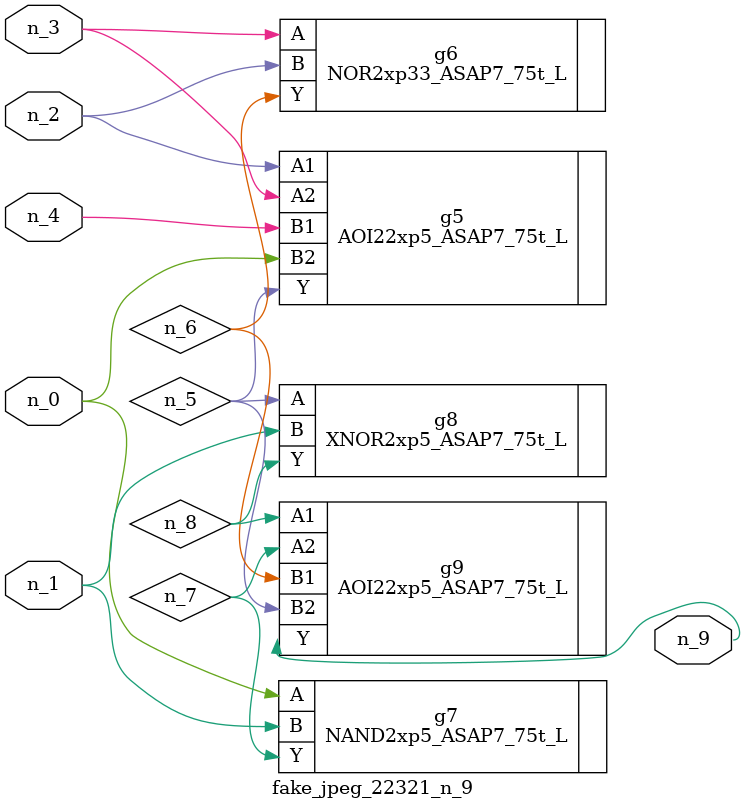
<source format=v>
module fake_jpeg_22321_n_9 (n_3, n_2, n_1, n_0, n_4, n_9);

input n_3;
input n_2;
input n_1;
input n_0;
input n_4;

output n_9;

wire n_8;
wire n_6;
wire n_5;
wire n_7;

AOI22xp5_ASAP7_75t_L g5 ( 
.A1(n_2),
.A2(n_3),
.B1(n_4),
.B2(n_0),
.Y(n_5)
);

NOR2xp33_ASAP7_75t_L g6 ( 
.A(n_3),
.B(n_2),
.Y(n_6)
);

NAND2xp5_ASAP7_75t_L g7 ( 
.A(n_0),
.B(n_1),
.Y(n_7)
);

XNOR2xp5_ASAP7_75t_L g8 ( 
.A(n_5),
.B(n_1),
.Y(n_8)
);

AOI22xp5_ASAP7_75t_L g9 ( 
.A1(n_8),
.A2(n_7),
.B1(n_6),
.B2(n_5),
.Y(n_9)
);


endmodule
</source>
